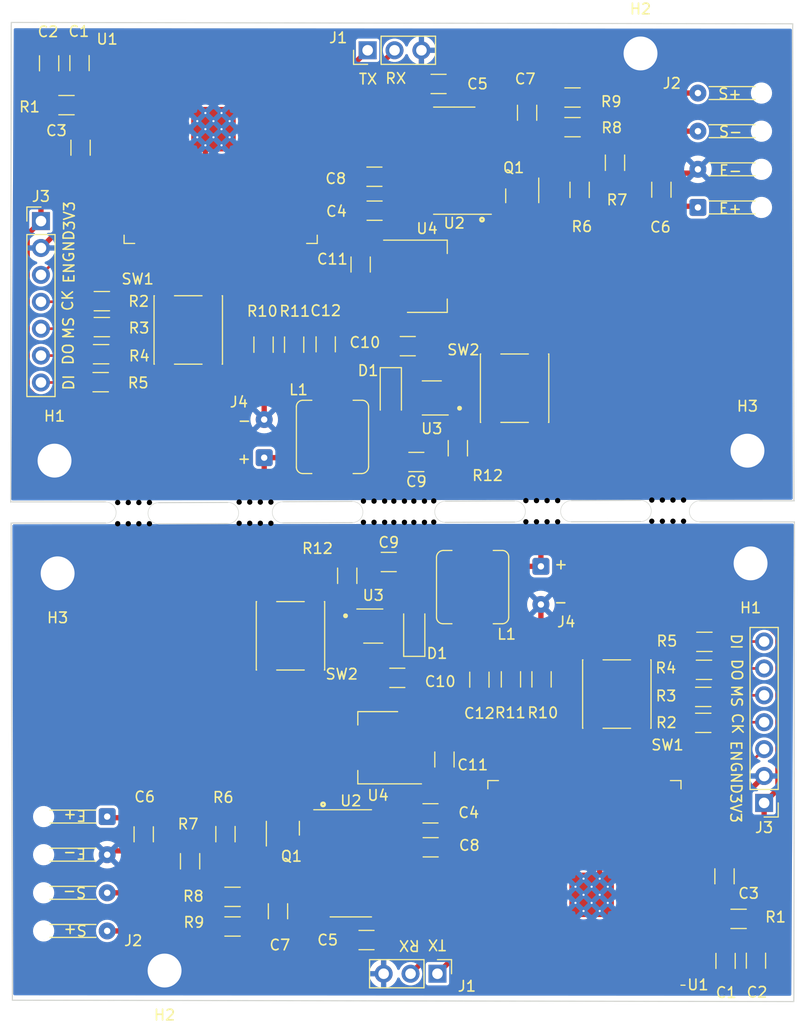
<source format=kicad_pcb>
(kicad_pcb (version 20221018) (generator pcbnew)
  (layers (0 "F.Cu" signal) (31 "B.Cu" signal) (34 "B.Paste" user) (35 "F.Paste" user) (36 "B.SilkS" user "B.Silkscreen") (37 "F.SilkS" user "F.Silkscreen") (38 "B.Mask" user) (39 "F.Mask" user) (44 "Edge.Cuts" user))
  (net 0 "")
  (footprint "Resistor_SMD:R_1206_3216Metric_Pad1.30x1.75mm_HandSolder" (layer "F.Cu") (at 103.937853 127.227535 -90)
    (fp_text reference "R7")
    (fp_text value "8K2")
  )
  (footprint "RF_Module:ESP32-WROOM-32" (layer "F.Cu") (at 141.177853 129.487535 180)
    (fp_text reference "U1")
    (fp_text value "ESP32-WROOM-32")
  )
  (footprint "Resistor_SMD:R_1206_3216Metric_Pad1.30x1.75mm_HandSolder" (layer "F.Cu") (at 107.947853 133.387535)
    (fp_text reference "R9")
    (fp_text value "100R")
  )
  (footprint "NPTH" (layer "F.Cu") (at 135.65 95.17 -90)
    (fp_text reference "REF**" hide)
    (fp_text value "NPTH" hide)
  )
  (footprint "Connector_Wire:SolderWire-0.1sqmm_1x04_P3.6mm_D0.4mm_OD1mm_Relief" (layer "F.Cu") (at 151.895 65.485 90)
    (fp_text reference "J2")
    (fp_text value "Load cell")
  )
  (footprint "Resistor_SMD:R_1206_3216Metric_Pad1.30x1.75mm_HandSolder" (layer "F.Cu") (at 95.535 79.345)
    (fp_text reference "R4")
    (fp_text value "100R")
  )
  (footprint "" (layer "F.Cu") (at 125.07 93.22 -90)
    (fp_text reference "")
    (fp_text value "")
  )
  (footprint "Capacitor_SMD:C_1206_3216Metric_Pad1.33x1.80mm_HandSolder" (layer "F.Cu") (at 121.345 62.585 180)
    (fp_text reference "C8")
    (fp_text value "22pF")
  )
  (footprint "Capacitor_SMD:C_1206_3216Metric_Pad1.33x1.80mm_HandSolder" (layer "F.Cu") (at 157.377853 136.617535 -90)
    (fp_text reference "C2")
    (fp_text value "10uF")
  )
  (footprint "MountingHole:MountingHole_3.2mm_M3" (layer "F.Cu") (at 156.867853 99.097535 180)
    (fp_text reference "H1")
    (fp_text value "MountingHole")
  )
  (footprint "Package_TO_SOT_SMD:SOT-23-5_HandSoldering" (layer "F.Cu") (at 126.765 83.475 180)
    (fp_text reference "U3")
    (fp_text value "NCP1400A")
  )
  (footprint "" (layer "F.Cu") (at 108.57 93.31 -90)
    (fp_text reference "")
    (fp_text value "")
  )
  (footprint "NPTH" (layer "F.Cu") (at 110.57 93.31 -90)
    (fp_text reference "REF**" hide)
    (fp_text value "NPTH" hide)
  )
  (footprint "MountingHole:MountingHole_3.2mm_M3" (layer "F.Cu") (at 101.527853 137.547535 180)
    (fp_text reference "H2")
    (fp_text value "MountingHole")
  )
  (footprint "Resistor_SMD:R_1206_3216Metric_Pad1.30x1.75mm_HandSolder" (layer "F.Cu") (at 152.467853 109.147535 180)
    (fp_text reference "R4")
    (fp_text value "100R")
  )
  (footprint "NPTH" (layer "F.Cu") (at 149.538907 95.117212 -90)
    (fp_text reference "REF**" hide)
    (fp_text value "NPTH" hide)
  )
  (footprint "Resistor_SMD:R_1206_3216Metric_Pad1.30x1.75mm_HandSolder" (layer "F.Cu") (at 144.065 61.265 90)
    (fp_text reference "R7")
    (fp_text value "8K2")
  )
  (footprint "Resistor_SMD:R_1206_3216Metric_Pad1.30x1.75mm_HandSolder" (layer "F.Cu") (at 152.397853 111.707535 180)
    (fp_text reference "R3")
    (fp_text value "100R")
  )
  (footprint "NPTH" (layer "F.Cu") (at 137.65 95.17 -90)
    (fp_text reference "REF**" hide)
    (fp_text value "NPTH" hide)
  )
  (footprint "Inductor_SMD:L_Bourns_SRP7028A_7.3x6.6mm" (layer "F.Cu") (at 117.385 87.155 90)
    (fp_text reference "L1")
    (fp_text value "CR54−220MC - 22uH")
  )
  (footprint "Package_TO_SOT_SMD:SOT-23-5_HandSoldering" (layer "F.Cu") (at 121.237853 105.017535)
    (fp_text reference "U3")
    (fp_text value "NCP1400A")
  )
  (footprint "Connector_Wire:SolderWire-0.1sqmm_1x02_P3.6mm_D0.4mm_OD1mm" (layer "F.Cu") (at 137.067853 99.377535 -90)
    (fp_text reference "J4")
    (fp_text value "Battery")
  )
  (footprint "" (layer "F.Cu") (at 150.538907 95.117212 -90)
    (fp_text reference "")
    (fp_text value "")
  )
  (footprint "NPTH" (layer "F.Cu") (at 98.1 95.35 -90)
    (fp_text reference "REF**" hide)
    (fp_text value "NPTH" hide)
  )
  (footprint "NPTH" (layer "F.Cu") (at 123.18 95.22 -90)
    (fp_text reference "REF**" hide)
    (fp_text value "NPTH" hide)
  )
  (footprint "Diode_SMD:D_SOD-123" (layer "F.Cu") (at 125.107853 105.517535 90)
    (fp_text reference "D1")
    (fp_text value "MBR0520LT1")
  )
  (footprint "MountingHole:MountingHole_3.2mm_M3" (layer "F.Cu") (at 91.427853 100.037535 180)
    (fp_text reference "H3")
    (fp_text value "MountingHole")
  )
  (footprint "Capacitor_SMD:C_1206_3216Metric_Pad1.33x1.80mm_HandSolder" (layer "F.Cu") (at 116.745 78.4125 -90)
    (fp_text reference "C12")
    (fp_text value "100nF")
  )
  (footprint "Resistor_SMD:R_1206_3216Metric_Pad1.30x1.75mm_HandSolder" (layer "F.Cu") (at 95.605 74.335)
    (fp_text reference "R2")
    (fp_text value "100R")
  )
  (footprint "Connector_Wire:SolderWire-0.1sqmm_1x04_P3.6mm_D0.4mm_OD1mm_Relief" (layer "F.Cu") (at 96.107853 123.007535 -90)
    (fp_text reference "J2")
    (fp_text value "Load cell")
  )
  (footprint "NPTH" (layer "F.Cu") (at 126.07 93.22 -90)
    (fp_text reference "REF**" hide)
    (fp_text value "NPTH" hide)
  )
  (footprint "NPTH" (layer "F.Cu") (at 136.65 95.17 -90)
    (fp_text reference "REF**" hide)
    (fp_text value "NPTH" hide)
  )
  (footprint "Capacitor_SMD:C_1206_3216Metric_Pad1.33x1.80mm_HandSolder" (layer "F.Cu") (at 131.257853 110.080035 90)
    (fp_text reference "C12")
    (fp_text value "100nF")
  )
  (footprint "Capacitor_SMD:C_1206_3216Metric_Pad1.33x1.80mm_HandSolder" (layer "F.Cu") (at 126.641825 122.702535)
    (fp_text reference "C4")
    (fp_text value "10uF")
  )
  (footprint "NPTH" (layer "F.Cu") (at 100.1 93.35 -90)
    (fp_text reference "REF**" hide)
    (fp_text value "NPTH" hide)
  )
  (footprint "NPTH" (layer "F.Cu") (at 121.308907 95.217212 -90)
    (fp_text reference "REF**" hide)
    (fp_text value "NPTH" hide)
  )
  (footprint "Button_Switch_SMD:SW_Push_1P1T_NO_6x6mm_H9.5mm" (layer "F.Cu") (at 134.585 82.555 90)
    (fp_text reference "SW2")
    (fp_text value "POWER_ON")
  )
  (footprint "NPTH" (layer "F.Cu") (at 99.1 95.35 -90)
    (fp_text reference "REF**" hide)
    (fp_text value "NPTH" hide)
  )
  (footprint "NPTH" (layer "F.Cu") (at 137.65 93.17 -90)
    (fp_text reference "REF**" hide)
    (fp_text value "NPTH" hide)
  )
  (footprint "NPTH" (layer "F.Cu") (at 148.538907 95.117212 -90)
    (fp_text reference "REF**" hide)
    (fp_text value "NPTH" hide)
  )
  (footprint "NPTH" (layer "F.Cu") (at 125.07 95.22 -90)
    (fp_text reference "REF**" hide)
    (fp_text value "NPTH" hide)
  )
  (footprint "Capacitor_SMD:C_1206_3216Metric_Pad1.33x1.80mm_HandSolder" (layer "F.Cu") (at 123.507853 109.907535)
    (fp_text reference "C10")
    (fp_text value "68uF")
  )
  (footprint "Package_TO_SOT_SMD:SOT-223-3_TabPin2" (layer "F.Cu") (at 126.315 71.985)
    (fp_text reference "U4")
    (fp_text value "AMS1117-3.3")
  )
  (footprint "NPTH" (layer "F.Cu") (at 150.538907 93.117212 -90)
    (fp_text reference "REF**" hide)
    (fp_text value "NPTH" hide)
  )
  (footprint "Resistor_SMD:R_1206_3216Metric_Pad1.30x1.75mm_HandSolder" (layer "F.Cu") (at 107.947853 130.587535)
    (fp_text reference "R8")
    (fp_text value "100R")
  )
  (footprint "Capacitor_SMD:C_1206_3216Metric_Pad1.33x1.80mm_HandSolder" (layer "F.Cu") (at 121.361028 65.79 180)
    (fp_text reference "C4")
    (fp_text value "10uF")
  )
  (footprint "Package_TO_SOT_SMD:SOT-223-3_TabPin2" (layer "F.Cu") (at 121.687853 116.507535 180)
    (fp_text reference "U4")
    (fp_text value "AMS1117-3.3")
  )
  (footprint "Resistor_SMD:R_1206_3216Metric_Pad1.30x1.75mm_HandSolder" (layer "F.Cu") (at 140.055 55.105 180)
    (fp_text reference "R9")
    (fp_text value "100R")
  )
  (footprint "" (layer "F.Cu") (at 109.57 93.31 -90)
    (fp_text reference "")
    (fp_text value "")
  )
  (footprint "" (layer "F.Cu") (at 138.65 95.17 -90)
    (fp_text reference "")
    (fp_text value "")
  )
  (footprint "NPTH" (layer "F.Cu") (at 149.538907 93.117212 -90)
    (fp_text reference "REF**" hide)
    (fp_text value "NPTH" hide)
  )
  (footprint "Resistor_SMD:R_1206_3216Metric_Pad1.30x1.75mm_HandSolder" (layer "F.Cu") (at 95.605 76.785)
    (fp_text reference "R3")
    (fp_text value "100R")
  )
  (footprint "Connector_PinHeader_2.54mm:PinHeader_1x03_P2.54mm_Vertical" (layer "F.Cu") (at 127.297853 137.847535 -90)
    (fp_text reference "J1")
    (fp_text value "UART")
  )
  (footprint "Package_TO_SOT_SMD:SOT-23" (layer "F.Cu") (at 112.697853 124.107535 90)
    (fp_text reference "Q1")
    (fp_text value "2N7002")
  )
  (footprint "NPTH" (layer "F.Cu") (at 97.1 95.35 -90)
    (fp_text reference "REF**" hide)
    (fp_text value "NPTH" hide)
  )
  (footprint "NPTH" (layer "F.Cu") (at 111.57 93.31 -90)
    (fp_text reference "REF**" hide)
    (fp_text value "NPTH" hide)
  )
  (footprint "Capacitor_SMD:C_1206_3216Metric_Pad1.33x1.80mm_HandSolder" (layer "F.Cu") (at 124.495 78.585 180)
    (fp_text reference "C10")
    (fp_text value "68uF")
  )
  (footprint "Connector_PinHeader_2.54mm:PinHeader_1x03_P2.54mm_Vertical" (layer "F.Cu") (at 120.705 50.645 90)
    (fp_text reference "J1")
    (fp_text value "UART")
  )
  (footprint "MountingHole:MountingHole_3.2mm_M3" (layer "F.Cu") (at 146.475 50.945)
    (fp_text reference "H2")
    (fp_text value "MountingHole")
  )
  (footprint "NPTH" (layer "F.Cu") (at 122.308907 93.217212 -90)
    (fp_text reference "REF**" hide)
    (fp_text value "NPTH" hide)
  )
  (footprint "NPTH" (layer "F.Cu") (at 122.308907 95.217212 -90)
    (fp_text reference "REF**" hide)
    (fp_text value "NPTH" hide)
  )
  (footprint "Connector_PinHeader_2.54mm:PinHeader_1x07_P2.54mm_Vertical" (layer "F.Cu") (at 158.147853 121.717535 180)
    (fp_text reference "J3")
    (fp_text value "JTAG")
  )
  (footprint "NPTH" (layer "F.Cu") (at 110.57 95.31 -90)
    (fp_text reference "REF**" hide)
    (fp_text value "NPTH" hide)
  )
  (footprint "Capacitor_SMD:C_1206_3216Metric_Pad1.33x1.80mm_HandSolder" (layer "F.Cu") (at 154.507853 136.637535 -90)
    (fp_text reference "C1")
    (fp_text value "0.1uF")
  )
  (footprint "" (layer "F.Cu") (at 126.95 95.2 -90)
    (fp_text reference "")
    (fp_text value "")
  )
  (footprint "Resistor_SMD:R_1206_3216Metric_Pad1.30x1.75mm_HandSolder" (layer "F.Cu") (at 152.507853 106.507535 180)
    (fp_text reference "R5")
    (fp_text value "100R")
  )
  (footprint "" (layer "F.Cu") (at 120.308907 93.217212 -90)
    (fp_text reference "")
    (fp_text value "")
  )
  (footprint "Resistor_SMD:R_1206_3216Metric_Pad1.30x1.75mm_HandSolder" (layer "F.Cu") (at 155.737853 132.667535 180)
    (fp_text reference "R1")
    (fp_text value "R")
  )
  (footprint "Package_SO:SOP-16_3.9x9.9mm_P1.27mm" (layer "F.Cu") (at 119.117853 127.422535)
    (fp_text reference "U2")
    (fp_text value "HX711")
  )
  (footprint "MountingHole:MountingHole_3.2mm_M3" (layer "F.Cu") (at 156.575 88.455)
    (fp_text reference "H3")
    (fp_text value "MountingHole")
  )
  (footprint "" (layer "F.Cu") (at 100.1 95.35 -90)
    (fp_text reference "")
    (fp_text value "")
  )
  (footprint "Resistor_SMD:R_1206_3216Metric_Pad1.30x1.75mm_HandSolder" (layer "F.Cu") (at 129.225 88.225 -90)
    (fp_text reference "R12")
    (fp_text value "10K")
  )
  (footprint "NPTH" (layer "F.Cu") (at 124.18 93.22 -90)
    (fp_text reference "REF**" hide)
    (fp_text value "NPTH" hide)
  )
  (footprint "Resistor_SMD:R_1206_3216Metric_Pad1.30x1.75mm_HandSolder" (layer "F.Cu") (at 140.725 63.825 90)
    (fp_text reference "R6")
    (fp_text value "10K")
  )
  (footprint "Resistor_SMD:R_1206_3216Metric_Pad1.30x1.75mm_HandSolder" (layer "F.Cu") (at 152.397853 114.157535 180)
    (fp_text reference "R2")
    (fp_text value "100R")
  )
  (footprint "Connector_PinHeader_2.54mm:PinHeader_1x07_P2.54mm_Vertical" (layer "F.Cu") (at 89.855 66.775)
    (fp_text reference "J3")
    (fp_text value "JTAG")
  )
  (footprint "Capacitor_SMD:C_1206_3216Metric_Pad1.33x1.80mm_HandSolder" (layer "F.Cu") (at 93.595 59.845 90)
    (fp_text reference "C3")
    (fp_text value "0.1uF")
  )
  (footprint "" (layer "F.Cu") (at 136.65 93.17 -90)
    (fp_text reference "")
    (fp_text value "")
  )
  (footprint "Connector_Wire:SolderWire-0.1sqmm_1x02_P3.6mm_D0.4mm_OD1mm" (layer "F.Cu") (at 110.935 89.115 90)
    (fp_text reference "J4")
    (fp_text value "Battery")
  )
  (footprint "NPTH" (layer "F.Cu") (at 126.07 95.22 -90)
    (fp_text reference "REF**" hide)
    (fp_text value "NPTH" hide)
  )
  (footprint "Capacitor_SMD:C_1206_3216Metric_Pad1.33x1.80mm_HandSolder" (layer "F.Cu") (at 90.625 51.875 90)
    (fp_text reference "C2")
    (fp_text value "10uF")
  )
  (footprint "NPTH" (layer "F.Cu") (at 147.538907 95.117212 -90)
    (fp_text reference "REF**" hide)
    (fp_text value "NPTH" hide)
  )
  (footprint "Resistor_SMD:R_1206_3216Metric_Pad1.30x1.75mm_HandSolder" (layer "F.Cu") (at 134.237853 110.050035 90)
    (fp_text reference "R11")
    (fp_text value "330K")
  )
  (footprint "Capacitor_SMD:C_1206_3216Metric_Pad1.33x1.80mm_HandSolder" (layer "F.Cu") (at 93.495 51.855 90)
    (fp_text reference "C1")
    (fp_text value "0.1uF")
  )
  (footprint "Inductor_SMD:L_Bourns_SRP7028A_7.3x6.6mm" (layer "F.Cu") (at 130.617853 101.337535 -90)
    (fp_text reference "L1")
    (fp_text value "CR54−220MC - 22uH")
  )
  (footprint "" (layer "F.Cu") (at 97.1 93.35 -90)
    (fp_text reference "")
    (fp_text value "")
  )
  (footprint "MountingHole:MountingHole_3.2mm_M3" (layer "F.Cu") (at 91.135 89.395)
    (fp_text reference "H1")
    (fp_text value "MountingHole")
  )
  (footprint "Button_Switch_SMD:SW_Push_1P1T_NO_6x6mm_H9.5mm" (layer "F.Cu") (at 144.237853 111.437535 -90)
    (fp_text reference "SW1")
    (fp_text value "RESET")
  )
  (footprint "" (layer "F.Cu") (at 147.538907 93.117212 -90)
    (fp_text reference "")
    (fp_text value "")
  )
  (footprint "Capacitor_SMD:C_1206_3216Metric_Pad1.33x1.80mm_HandSolder" (layer "F.Cu") (at 135.765 56.545 -90)
    (fp_text reference "C7")
    (fp_text value "0.1uF")
  )
  (footprint "" (layer "F.Cu") (at 148.538907 93.117212 -90)
    (fp_text reference "")
    (fp_text value "")
  )
  (footprint "" (layer "F.Cu") (at 111.57 95.31 -90)
    (fp_text reference "")
    (fp_text value "")
  )
  (footprint "NPTH" (layer "F.Cu") (at 126.95 93.2 -90)
    (fp_text reference "REF**" hide)
    (fp_text value "NPTH" hide)
  )
  (footprint "Capacitor_SMD:C_1206_3216Metric_Pad1.33x1.80mm_HandSolder" (layer "F.Cu") (at 99.557853 124.680035 90)
    (fp_text reference "C6")
    (fp_text value "10uF")
  )
  (footprint "NPTH" (layer "F.Cu") (at 124.18 95.22 -90)
    (fp_text reference "REF**" hide)
    (fp_text value "NPTH" hide)
  )
  (footprint "RF_Module:ESP32-WROOM-32" (layer "F.Cu") (at 106.825 59.005)
    (fp_text reference "U1")
    (fp_text value "ESP32-WROOM-32")
  )
  (footprint "" (layer "F.Cu") (at 98.1 93.35 -90)
    (fp_text reference "")
    (fp_text value "")
  )
  (footprint "Capacitor_SMD:C_1206_3216Metric_Pad1.33x1.80mm_HandSolder" (layer "F.Cu") (at 154.407853 128.647535 -90)
    (fp_text reference "C3")
    (fp_text value "0.1uF")
  )
  (footprint "NPTH" (layer "F.Cu") (at 108.57 95.31 -90)
    (fp_text reference "REF**" hide)
    (fp_text value "NPTH" hide)
  )
  (footprint "NPTH" (layer "F.Cu") (at 120.308907 95.217212 -90)
    (fp_text reference "REF**" hide)
    (fp_text value "NPTH" hide)
  )
  (footprint "Resistor_SMD:R_1206_3216Metric_Pad1.30x1.75mm_HandSolder" (layer "F.Cu") (at 137.127853 110.050035 -90)
    (fp_text reference "R10")
    (fp_text value "1M")
  )
  (footprint "Capacitor_SMD:C_1206_3216Metric_Pad1.33x1.80mm_HandSolder" (layer "F.Cu") (at 148.445 63.8125 -90)
    (fp_text reference "C6")
    (fp_text value "10uF")
  )
  (footprint "NPTH" (layer "F.Cu") (at 109.57 95.31 -90)
    (fp_text reference "REF**" hide)
    (fp_text value "NPTH" hide)
  )
  (footprint "Capacitor_SMD:C_1206_3216Metric_Pad1.33x1.80mm_HandSolder" (layer "F.Cu") (at 127.405 53.825)
    (fp_text reference "C5")
    (fp_text value "0.1uF")
  )
  (footprint "Button_Switch_SMD:SW_Push_1P1T_NO_6x6mm_H9.5mm" (layer "F.Cu") (at 113.417853 105.937535 -90)
    (fp_text reference "SW2")
    (fp_text value "POWER_ON")
  )
  (footprint "Diode_SMD:D_SOD-123" (layer "F.Cu") (at 122.895 82.975 -90)
    (fp_text reference "D1")
    (fp_text value "MBR0520LT1")
  )
  (footprint "" (layer "F.Cu") (at 121.308907 93.217212 -90)
    (fp_text reference "")
    (fp_text value "")
  )
  (footprint "Capacitor_SMD:C_1206_3216Metric_Pad1.33x1.80mm_HandSolder" (layer "F.Cu") (at 125.305 89.525 180)
    (fp_text reference "C9")
    (fp_text value "10uF")
  )
  (footprint "NPTH" (layer "F.Cu") (at 99.1 93.35 -90)
    (fp_text reference "REF**" hide)
    (fp_text value "NPTH" hide)
  )
  (footprint "" (layer "F.Cu") (at 123.18 93.22 -90)
    (fp_text reference "")
    (fp_text value "")
  )
  (footprint "Capacitor_SMD:C_1206_3216Metric_Pad1.33x1.80mm_HandSolder" (layer "F.Cu") (at 122.697853 98.967535)
    (fp_text reference "C9")
    (fp_text value "10uF")
  )
  (footprint "Package_TO_SOT_SMD:SOT-23" (layer "F.Cu") (at 135.305 64.385 -90)
    (fp_text reference "Q1")
    (fp_text value "2N7002")
  )
  (footprint "Capacitor_SMD:C_1206_3216Metric_Pad1.33x1.80mm_HandSolder" (layer "F.Cu") (at 120.597853 134.667535 180)
    (fp_text reference "C5")
    (fp_text value "0.1uF")
  )
  (footprint "Resistor_SMD:R_1206_3216Metric_Pad1.30x1.75mm_HandSolder" (layer "F.Cu") (at 107.277853 124.667535 -90)
    (fp_text reference "R6")
    (fp_text value "10K")
  )
  (footprint "Resistor_SMD:R_1206_3216Metric_Pad1.30x1.75mm_HandSolder" (layer "F.Cu") (at 140.055 57.905 180)
    (fp_text reference "R8")
    (fp_text value "100R")
  )
  (footprint "Button_Switch_SMD:SW_Push_1P1T_NO_6x6mm_H9.5mm" (layer "F.Cu") (at 103.765 77.055 90)
    (fp_text reference "SW1")
    (fp_text value "RESET")
  )
  (footprint "Resistor_SMD:R_1206_3216Metric_Pad1.30x1.75mm_HandSolder" (layer "F.Cu") (at 110.875 78.4425 90)
    (fp_text reference "R10")
    (fp_text value "1M")
  )
  (footprint "NPTH" (layer "F.Cu") (at 138.65 93.17 -90)
    (fp_text reference "REF**" hide)
    (fp_text value "NPTH" hide)
  )
  (footprint "Resistor_SMD:R_1206_3216Metric_Pad1.30x1.75mm_HandSolder" (layer "F.Cu") (at 118.777853 100.267535 90)
    (fp_text reference "R12")
    (fp_text value "10K")
  )
  (footprint "" (layer "F.Cu") (at 135.65 93.17 -90)
    (fp_text reference "")
    (fp_text value "")
  )
  (footprint "Resistor_SMD:R_1206_3216Metric_Pad1.30x1.75mm_HandSolder" (layer "F.Cu") (at 92.265 55.825)
    (fp_text reference "R1")
    (fp_text value "R")
  )
  (footprint "Package_SO:SOP-16_3.9x9.9mm_P1.27mm" (layer "F.Cu") (at 128.885 61.07 180)
    (fp_text reference "U2")
    (fp_text value "HX711")
  )
  (footprint "Capacitor_SMD:C_1206_3216Metric_Pad1.33x1.80mm_HandSolder" (layer "F.Cu") (at 120.045 70.875 -90)
    (fp_text reference "C11")
    (fp_text value "22uF")
  )
  (footprint "Capacitor_SMD:C_1206_3216Metric_Pad1.33x1.80mm_HandSolder" (layer "F.Cu") (at 126.657853 125.907535)
    (fp_text reference "C8")
    (fp_text value "22pF")
  )
  (footprint "Capacitor_SMD:C_1206_3216Metric_Pad1.33x1.80mm_HandSolder" (layer "F.Cu") (at 112.237853 131.947535 90)
    (fp_text reference "C7")
    (fp_text value "0.1uF")
  )
  (footprint "Resistor_SMD:R_1206_3216Metric_Pad1.30x1.75mm_HandSolder" (layer "F.Cu") (at 113.765 78.4425 -90)
    (fp_text reference "R11")
    (fp_text value "330K")
  )
  (footprint "Resistor_SMD:R_1206_3216Metric_Pad1.30x1.75mm_HandSolder" (layer "F.Cu") (at 95.495 81.985)
    (fp_text reference "R5")
    (fp_text value "100R")
  )
  (footprint "Capacitor_SMD:C_1206_3216Metric_Pad1.33x1.80mm_HandSolder" (layer "F.Cu") (at 127.957853 117.617535 90)
    (fp_text reference "C11")
    (fp_text value "22uF")
  )
  (gr_circle (center 129.385 84.445) (end 129.515 84.525) (stroke (width 0.15)) (fill none) (layer "F.SilkS"))
  (gr_circle (center 116.497853 121.857535) (end 116.447853 121.827535) (stroke (width 0.15)) (fill none) (layer "F.SilkS"))
  (gr_circle (center 116.497853 121.857535) (end 116.297853 121.867535) (stroke (width 0.15)) (fill none) (layer "F.SilkS"))
  (gr_circle (center 129.385 84.445) (end 129.395 84.445) (stroke (width 0.15)) (fill none) (layer "F.SilkS"))
  (gr_circle (center 118.617853 104.047535) (end 118.487853 103.967535) (stroke (width 0.15)) (fill none) (layer "F.SilkS"))
  (gr_circle (center 131.505 66.635) (end 131.555 66.665) (stroke (width 0.15)) (fill none) (layer "F.SilkS"))
  (gr_circle (center 131.505 66.635) (end 131.705 66.625) (stroke (width 0.15)) (fill none) (layer "F.SilkS"))
  (gr_circle (center 118.617853 104.047535) (end 118.607853 104.047535) (stroke (width 0.15)) (fill none) (layer "F.SilkS"))
  (gr_arc (start 128.045986 95.225376) (mid 127.046036 94.22) (end 128.056738 93.225434) (stroke (width 0.05)) (layer "Edge.Cuts"))
  (gr_line (start 87.147853 140.347535) (end 87.157853 139.987535) (stroke (width 0.1)) (layer "Edge.Cuts"))
  (gr_line (start 128.056738 93.225434) (end 134.5762 93.200001) (stroke (width 0.1)) (layer "Edge.Cuts"))
  (gr_arc (start 119.235107 93.247213) (mid 120.255052 94.237214) (end 119.255107 95.247411) (stroke (width 0.05)) (layer "Edge.Cuts"))
  (gr_line (start 107.5162 95.340199) (end 100.965986 95.365376) (stroke (width 0.1)) (layer "Edge.Cuts"))
  (gr_arc (start 107.4962 93.340001) (mid 108.516145 94.330002) (end 107.5162 95.340199) (stroke (width 0.05)) (layer "Edge.Cuts"))
  (gr_line (start 87.029977 93.290002) (end 95.94 93.29) (stroke (width 0.1)) (layer "Edge.Cuts"))
  (gr_line (start 134.5962 95.200199) (end 128.045986 95.225376) (stroke (width 0.1)) (layer "Edge.Cuts"))
  (gr_arc (start 100.965986 95.365376) (mid 99.966037 94.36) (end 100.976738 93.365434) (stroke (width 0.05)) (layer "Edge.Cuts"))
  (gr_arc (start 112.704893 95.272588) (mid 111.704943 94.267212) (end 112.715645 93.272646) (stroke (width 0.05)) (layer "Edge.Cuts"))
  (gr_line (start 160.845 48.505) (end 160.965 93.195) (stroke (width 0.1)) (layer "Edge.Cuts"))
  (gr_arc (start 134.5762 93.200001) (mid 135.596145 94.190002) (end 134.5962 95.200199) (stroke (width 0.05)) (layer "Edge.Cuts"))
  (gr_line (start 95.96 95.290198) (end 87.029977 95.290002) (stroke (width 0.1)) (layer "Edge.Cuts"))
  (gr_line (start 152.074988 93.189803) (end 161.005011 93.189999) (stroke (width 0.1)) (layer "Edge.Cuts"))
  (gr_line (start 160.947853 140.477535) (end 160.957853 140.117535) (stroke (width 0.1)) (layer "Edge.Cuts"))
  (gr_line (start 87.055 48.015) (end 87.045 48.375) (stroke (width 0.1)) (layer "Edge.Cuts"))
  (gr_line (start 119.255107 95.247411) (end 112.704893 95.272588) (stroke (width 0.1)) (layer "Edge.Cuts"))
  (gr_arc (start 139.934893 95.172588) (mid 138.934943 94.167212) (end 139.945645 93.172646) (stroke (width 0.05)) (layer "Edge.Cuts"))
  (gr_arc (start 152.085011 95.179999) (mid 151.085023 94.174623) (end 152.095763 93.180057) (stroke (width 0.05)) (layer "Edge.Cuts"))
  (gr_line (start 100.976738 93.365434) (end 107.4962 93.340001) (stroke (width 0.1)) (layer "Edge.Cuts"))
  (gr_line (start 146.485107 95.147411) (end 139.934893 95.172588) (stroke (width 0.1)) (layer "Edge.Cuts"))
  (gr_line (start 87.055 48.015) (end 160.855 48.145) (stroke (width 0.1)) (layer "Edge.Cuts"))
  (gr_line (start 87.157853 139.987535) (end 87.037853 95.297535) (stroke (width 0.1)) (layer "Edge.Cuts"))
  (gr_line (start 139.945645 93.172646) (end 146.465107 93.147213) (stroke (width 0.1)) (layer "Edge.Cuts"))
  (gr_line (start 160.947853 140.477535) (end 87.147853 140.347535) (stroke (width 0.1)) (layer "Edge.Cuts"))
  (gr_arc (start 95.949977 93.300002) (mid 96.949964 94.305378) (end 95.939225 95.299944) (stroke (width 0.05)) (layer "Edge.Cuts"))
  (gr_line (start 112.715645 93.272646) (end 119.235107 93.247213) (stroke (width 0.1)) (layer "Edge.Cuts"))
  (gr_line (start 160.855 48.145) (end 160.845 48.505) (stroke (width 0.1)) (layer "Edge.Cuts"))
  (gr_line (start 161.005011 95.189999) (end 152.094988 95.190001) (stroke (width 0.1)) (layer "Edge.Cuts"))
  (gr_line (start 86.995 93.325) (end 87.045 48.375) (stroke (width 0.1)) (layer "Edge.Cuts"))
  (gr_arc (start 146.465107 93.147213) (mid 147.485052 94.137214) (end 146.485107 95.147411) (stroke (width 0.05)) (layer "Edge.Cuts"))
  (gr_line (start 161.007853 95.167535) (end 160.957853 140.117535) (stroke (width 0.1)) (layer "Edge.Cuts"))
  (gr_text "EN" (at 154.907853 115.747535 -90) (layer "F.SilkS") (effects (font (size 1 1)) (justify left bottom)))
  (gr_text "3V3" (at 93.125 67.755 90) (layer "F.SilkS") (effects (font (size 1 1)) (justify left bottom)))
  (gr_text "DI" (at 93.065 82.845 90) (layer "F.SilkS") (effects (font (size 1 1)) (justify left bottom)))
  (gr_text "S+" (at 153.725 55.345) (layer "F.SilkS") (effects (font (size 1 1)) (justify left bottom)))
  (gr_text "CK" (at 155.037853 113.127535 -90) (layer "F.SilkS") (effects (font (size 1 1)) (justify left bottom)))
  (gr_text "DI" (at 154.937853 105.647535 -90) (layer "F.SilkS") (effects (font (size 1 1)) (justify left bottom)))
  (gr_text "-" (at 108.345 86.185) (layer "F.SilkS") (effects (font (size 1 1)) (justify left bottom)))
  (gr_text "S+" (at 94.277853 133.147535 180) (layer "F.SilkS") (effects (font (size 1 1)) (justify left bottom)))
  (gr_text "GND" (at 154.927853 117.727535 -90) (layer "F.SilkS") (effects (font (size 1 1)) (justify left bottom)))
  (gr_text "GND" (at 93.075 70.765 90) (layer "F.SilkS") (effects (font (size 1 1)) (justify left bottom)))
  (gr_text "TX" (at 119.785 53.955) (layer "F.SilkS") (effects (font (size 1 1)) (justify left bottom)))
  (gr_text "TX" (at 128.217853 134.537535 180) (layer "F.SilkS") (effects (font (size 1 1)) (justify left bottom)))
  (gr_text "MS" (at 93.045 78.015 90) (layer "F.SilkS") (effects (font (size 1 1)) (justify left bottom)))
  (gr_text "CK" (at 92.965 75.365 90) (layer "F.SilkS") (effects (font (size 1 1)) (justify left bottom)))
  (gr_text "3V3" (at 154.877853 120.737535 -90) (layer "F.SilkS") (effects (font (size 1 1)) (justify left bottom)))
  (gr_text "E+" (at 94.217853 122.317535 180) (layer "F.SilkS") (effects (font (size 1 1)) (justify left bottom)))
  (gr_text "S-" (at 94.217853 129.567535 180) (layer "F.SilkS") (effects (font (size 1 1)) (justify left bottom)))
  (gr_text "DO" (at 93.015 80.465 90) (layer "F.SilkS") (effects (font (size 1 1)) (justify left bottom)))
  (gr_text "EN" (at 93.095 72.745 90) (layer "F.SilkS") (effects (font (size 1 1)) (justify left bottom)))
  (gr_text "-" (at 139.657853 102.307535 180) (layer "F.SilkS") (effects (font (size 1 1)) (justify left bottom)))
  (gr_text "+" (at 139.677853 98.717535 180) (layer "F.SilkS") (effects (font (size 1 1)) (justify left bottom)))
  (gr_text "E-" (at 153.805 62.595) (layer "F.SilkS") (effects (font (size 1 1)) (justify left bottom)))
  (gr_text "E+" (at 153.785 66.175) (layer "F.SilkS") (effects (font (size 1 1)) (justify left bottom)))
  (gr_text "S-" (at 153.785 58.925) (layer "F.SilkS") (effects (font (size 1 1)) (justify left bottom)))
  (gr_text "RX" (at 122.285 53.885) (layer "F.SilkS") (effects (font (size 1 1)) (justify left bottom)))
  (gr_text "DO" (at 154.987853 108.027535 -90) (layer "F.SilkS") (effects (font (size 1 1)) (justify left bottom)))
  (gr_text "RX" (at 125.717853 134.607535 180) (layer "F.SilkS") (effects (font (size 1 1)) (justify left bottom)))
  (gr_text "E-" (at 94.197853 125.897535 180) (layer "F.SilkS") (effects (font (size 1 1)) (justify left bottom)))
  (gr_text "MS" (at 154.957853 110.477535 -90) (layer "F.SilkS") (effects (font (size 1 1)) (justify left bottom)))
  (gr_text "+" (at 108.325 89.775) (layer "F.SilkS") (effects (font (size 1 1)) (justify left bottom)))
  (segment (start 112.232104 125.045035) (end 111.747853 125.045035) (width 0.25) (layer "F.Cu") (net 0))
  (segment (start 118.600051 63.455) (end 119.110051 63.965) (width 0.25) (layer "F.Cu") (net 0))
  (segment (start 154.407853 122.917535) (end 158.147853 119.177535) (width 0.5) (layer "F.Cu") (net 0))
  (segment (start 153.115353 136.467535) (end 149.927853 136.467535) (width 0.5) (layer "F.Cu") (net 0))
  (segment (start 149.357853 114.987535) (end 147.297853 117.047535) (width 0.25) (layer "F.Cu") (net 0))
  (segment (start 88.555 68.075) (end 89.855 66.775) (width 0.5) (layer "F.Cu") (net 0))
  (segment (start 122.7925 69.3125) (end 123.165 69.685) (width 0.5) (layer "F.Cu") (net 0))
  (segment (start 127.553652 123.927535) (end 132.267853 123.927535) (width 0.25) (layer "F.Cu") (net 0))
  (segment (start 116.617853 126.787535) (end 116.472853 126.932535) (width 0.5) (layer "F.Cu") (net 0))
  (segment (start 102.092853 128.777535) (end 99.557853 126.242535) (width 0.5) (layer "F.Cu") (net 0))
  (segment (start 131.385 59.165) (end 130.983249 59.165) (width 0.25) (layer "F.Cu") (net 0))
  (segment (start 106.397853 133.387535) (end 105.977853 133.807535) (width 0.5) (layer "F.Cu") (net 0))
  (segment (start 158.147853 121.717535) (end 158.147853 131.807535) (width 0.5) (layer "F.Cu") (net 0))
  (segment (start 122.217853 134.725035) (end 122.160353 134.667535) (width 0.5) (layer "F.Cu") (net 0))
  (segment (start 125.210353 119.180035) (end 124.837853 118.807535) (width 0.5) (layer "F.Cu") (net 0))
  (segment (start 128.233528 60.435) (end 128.233528 59.165) (width 0.5) (layer "F.Cu") (net 0))
  (segment (start 101.515 81.03) (end 101.515 73.08) (width 0.5) (layer "F.Cu") (net 0))
  (segment (start 126.963528 61.705) (end 128.233528 60.435) (width 0.5) (layer "F.Cu") (net 0))
  (segment (start 120.786028 64.901827) (end 120.449201 64.565) (width 0.25) (layer "F.Cu") (net 0))
  (segment (start 113.647853 125.045035) (end 112.460353 126.232535) (width 0.5) (layer "F.Cu") (net 0))
  (segment (start 122.097853 128.847535) (end 121.617853 129.327535) (width 0.25) (layer "F.Cu") (net 0))
  (segment (start 116.617853 129.327535) (end 117.019604 129.327535) (width 0.25) (layer "F.Cu") (net 0))
  (segment (start 147.297853 117.047535) (end 139.077853 117.047535) (width 0.25) (layer "F.Cu") (net 0))
  (segment (start 157.377853 135.055035) (end 154.527853 135.055035) (width 0.5) (layer "F.Cu") (net 0))
  (segment (start 129.465 71.985) (end 129.465 68.595) (width 0.5) (layer "F.Cu") (net 0))
  (segment (start 121.039325 130.597535) (end 121.617853 130.597535) (width 0.5) (layer "F.Cu") (net 0))
  (segment (start 148.445 65.375) (end 151.785 65.375) (width 0.5) (layer "F.Cu") (net 0))
  (segment (start 121.135353 98.967535) (end 121.135353 104.515035) (width 0.5) (layer "F.Cu") (net 0))
  (segment (start 115.575 50.755) (end 112.7225 50.755) (width 0.5) (layer "F.Cu") (net 0))
  (segment (start 154.407853 127.085035) (end 154.407853 122.917535) (width 0.5) (layer "F.Cu") (net 0))
  (segment (start 105.977853 133.807535) (end 96.107853 133.807535) (width 0.5) (layer "F.Cu") (net 0))
  (segment (start 128.233528 59.165) (end 126.963528 57.895) (width 0.5) (layer "F.Cu") (net 0))
  (segment (start 137.142853 116.512535) (end 132.427853 121.227535) (width 0.25) (layer "F.Cu") (net 0))
  (segment (start 148.445 62.25) (end 151.53 62.25) (width 0.5) (layer "F.Cu") (net 0))
  (segment (start 157.377853 135.055035) (end 157.377853 132.757535) (width 0.5) (layer "F.Cu") (net 0))
  (segment (start 114.120353 125.517535) (end 113.647853 125.045035) (width 0.5) (layer "F.Cu") (net 0))
  (segment (start 126.385 54.3675) (end 125.8425 53.825) (width 0.5) (layer "F.Cu") (net 0))
  (segment (start 127.195 71.315) (end 122.915 67.035) (width 0.25) (layer "F.Cu") (net 0))
  (segment (start 131.65 64.51) (end 134.708249 64.51) (width 0.25) (layer "F.Cu") (net 0))
  (segment (start 158.147853 111.557535) (end 154.097853 111.557535) (width 0.25) (layer "F.Cu") (net 0))
  (segment (start 110.067853 100.787535) (end 114.167853 96.687535) (width 0.5) (layer "F.Cu") (net 0))
  (segment (start 120.807853 115.052535) (end 120.807853 117.177535) (width 0.25) (layer "F.Cu") (net 0))
  (segment (start 158.147853 106.477535) (end 154.087853 106.477535) (width 0.25) (layer "F.Cu") (net 0))
  (segment (start 131.227853 111.672535) (end 131.227853 122.127535) (width 0.5) (layer "F.Cu") (net 0))
  (segment (start 88.555 82.585) (end 88.555 68.075) (width 0.5) (layer "F.Cu") (net 0))
  (segment (start 154.187853 130.430035) (end 154.407853 130.210035) (width 0.5) (layer "F.Cu") (net 0))
  (segment (start 152.272853 118.882535) (end 149.927853 121.227535) (width 0.25) (layer "F.Cu") (net 0))
  (segment (start 127.1175 89.775) (end 126.8675 89.525) (width 0.5) (layer "F.Cu") (net 0))
  (segment (start 129.37 86.53) (end 132.335 86.53) (width 0.25) (layer "F.Cu") (net 0))
  (segment (start 116.405 65.995) (end 115.575 65.995) (width 0.5) (layer "F.Cu") (net 0))
  (segment (start 128.892802 124.527535) (end 121.897853 124.527535) (width 0.25) (layer "F.Cu") (net 0))
  (segment (start 93.595 65.575) (end 89.855 69.315) (width 0.5) (layer "F.Cu") (net 0))
  (segment (start 132.427853 127.577535) (end 122.097853 127.577535) (width 0.25) (layer "F.Cu") (net 0))
  (segment (start 130.983249 59.165) (end 128.9675 57.149251) (width 0.25) (layer "F.Cu") (net 0))
  (segment (start 134.237853 108.500035) (end 131.275353 108.500035) (width 0.5) (layer "F.Cu") (net 0))
  (segment (start 110.86 71.98) (end 115.575 67.265) (width 0.25) (layer "F.Cu") (net 0))
  (segment (start 120.045 69.3125) (end 122.7925 69.3125) (width 0.5) (layer "F.Cu") (net 0))
  (segment (start 129.465 71.985) (end 132.565 71.985) (width 0.5) (layer "F.Cu") (net 0))
  (segment (start 120.449201 64.565) (end 115.735 64.565) (width 0.25) (layer "F.Cu") (net 0))
  (segment (start 107.327853 123.117535) (end 107.277853 123.117535) (width 0.5) (layer "F.Cu") (net 0))
  (segment (start 151.822853 117.662535) (end 148.852853 120.632535) (width 0.25) (layer "F.Cu") (net 0))
  (segment (start 129.307853 117.830035) (end 127.957853 119.180035) (width 0.5) (layer "F.Cu") (net 0))
  (segment (start 126.0575 78.585) (end 126.0575 72.3275) (width 0.5) (layer "F.Cu") (net 0))
  (segment (start 94.82 59.5075) (end 94.82 66.89) (width 0.25) (layer "F.Cu") (net 0))
  (segment (start 93.815 58.0625) (end 93.595 58.2825) (width 0.5) (layer "F.Cu") (net 0))
  (segment (start 129.307853 110.467535) (end 129.307853 117.830035) (width 0.5) (layer "F.Cu") (net 0))
  (segment (start 118.777853 101.817535) (end 118.632853 101.962535) (width 0.25) (layer "F.Cu") (net 0))
  (segment (start 98.805 50.755) (end 104.62 56.57) (width 0.5) (layer "F.Cu") (net 0))
  (segment (start 131.385 57.895) (end 135.5525 57.895) (width 0.5) (layer "F.Cu") (net 0))
  (segment (start 93.915 82.015) (end 93.945 81.985) (width 0.25) (layer "F.Cu") (net 0))
  (segment (start 115.575 63.455) (end 118.600051 63.455) (width 0.25) (layer "F.Cu") (net 0))
  (segment (start 104.657853 128.057535) (end 103.937853 128.777535) (width 0.5) (layer "F.Cu") (net 0))
  (segment (start 120.045 69.3125) (end 120.045 66.036472) (width 0.5) (layer "F.Cu") (net 0))
  (segment (start 121.617853 126.787535) (end 121.039325 126.787535) (width 0.5) (layer "F.Cu") (net 0))
  (segment (start 127.957853 119.180035) (end 125.210353 119.180035) (width 0.5) (layer "F.Cu") (net 0))
  (segment (start 98.865 65.995) (end 98.075 65.995) (width 0.25) (layer "F.Cu") (net 0))
  (segment (start 97.045 81.985) (end 95.73 80.67) (width 0.25) (layer "F.Cu") (net 0))
  (segment (start 141.605 55.105) (end 142.025 54.685) (width 0.5) (layer "F.Cu") (net 0))
  (segment (start 115.735 64.565) (end 115.575 64.725) (width 0.25) (layer "F.Cu") (net 0))
  (segment (start 131.385 62.975) (end 133.8825 62.975) (width 0.5) (layer "F.Cu") (net 0))
  (segment (start 146.487853 115.412535) (end 145.387853 116.512535) (width 0.25) (layer "F.Cu") (net 0))
  (segment (start 118.537853 116.507535) (end 115.437853 116.507535) (width 0.5) (layer "F.Cu") (net 0))
  (segment (start 97.155 74.335) (end 102.385 69.105) (width 0.25) (layer "F.Cu") (net 0))
  (segment (start 131.257853 108.517535) (end 129.307853 110.467535) (width 0.5) (layer "F.Cu") (net 0))
  (segment (start 121.039325 126.787535) (end 119.769325 128.057535) (width 0.5) (layer "F.Cu") (net 0))
  (segment (start 129.225 89.775) (end 127.1175 89.775) (width 0.5) (layer "F.Cu") (net 0))
  (segment (start 132.335 86.53) (end 132.335 78.58) (width 0.25) (layer "F.Cu") (net 0))
  (segment (start 97.085 79.345) (end 98.645 77.785) (width 0.25) (layer "F.Cu") (net 0))
  (segment (start 157.377853 132.757535) (end 157.287853 132.667535) (width 0.5) (layer "F.Cu") (net 0))
  (segment (start 113.765 79.9925) (end 116.7275 79.9925) (width 0.5) (layer "F.Cu") (net 0))
  (segment (start 93.475 53.4375) (end 93.495 53.4175) (width 0.5) (layer "F.Cu") (net 0))
  (segment (start 150.847853 114.157535) (end 145.617853 119.387535) (width 0.25) (layer "F.Cu") (net 0))
  (segment (start 151.785 65.375) (end 151.895 65.485) (width 0.5) (layer "F.Cu") (net 0))
  (segment (start 113.294604 123.982535) (end 112.232104 125.045035) (width 0.25) (layer "F.Cu") (net 0))
  (segment (start 126.385 65.515) (end 131.385 65.515) (width 0.5) (layer "F.Cu") (net 0))
  (segment (start 116.775 66.365) (end 116.405 65.995) (width 0.5) (layer "F.Cu") (net 0))
  (segment (start 110.067853 111.137535) (end 110.067853 100.787535) (width 0.5) (layer "F.Cu") (net 0))
  (segment (start 154.407853 130.210035) (end 153.182853 128.985035) (width 0.25) (layer "F.Cu") (net 0))
  (segment (start 126.8675 89.525) (end 126.8675 83.9775) (width 0.5) (layer "F.Cu") (net 0))
  (segment (start 101.115 67.515) (end 105.3825 63.2475) (width 0.5) (layer "F.Cu") (net 0))
  (segment (start 146.487853 107.462535) (end 146.487853 115.412535) (width 0.5) (layer "F.Cu") (net 0))
  (segment (start 112.7225 50.755) (end 106.9075 56.57) (width 0.5) (layer "F.Cu") (net 0))
  (segment (start 135.770749 63.4475) (end 136.255 63.4475) (width 0.25) (layer "F.Cu") (net 0))
  (segment (start 146.887853 120.977535) (end 142.620353 125.245035) (width 0.5) (layer "F.Cu") (net 0))
  (segment (start 135.765 54.9825) (end 138.3825 54.9825) (width 0.5) (layer "F.Cu") (net 0))
  (segment (start 116.617853 124.247535) (end 116.352853 123.982535) (width 0.25) (layer "F.Cu") (net 0))
  (segment (start 118.777853 98.717535) (end 120.885353 98.717535) (width 0.5) (layer "F.Cu") (net 0))
  (segment (start 145.91 59.715) (end 148.445 62.25) (width 0.5) (layer "F.Cu") (net 0))
  (segment (start 98.075 50.755) (end 93.9575 50.755) (width 0.5) (layer "F.Cu") (net 0))
  (segment (start 118.537853 116.507535) (end 118.537853 119.897535) (width 0.5) (layer "F.Cu") (net 0))
  (segment (start 118.055 55.835) (end 123.245 50.645) (width 0.5) (layer "F.Cu") (net 0))
  (segment (start 93.815 55.825) (end 93.815 58.0625) (width 0.5) (layer "F.Cu") (net 0))
  (segment (start 120.786028 65.545) (end 120.786028 64.901827) (width 0.25) (layer "F.Cu") (net 0))
  (segment (start 148.852853 122.212535) (end 149.137853 122.497535) (width 0.25) (layer "F.Cu") (net 0))
  (segment (start 98.645 73.505) (end 100.705 71.445) (width 0.25) (layer "F.Cu") (net 0))
  (segment (start 150.917853 109.147535) (end 149.357853 110.707535) (width 0.25) (layer "F.Cu") (net 0))
  (segment (start 121.945353 116.165035) (end 124.587853 118.807535) (width 0.5) (layer "F.Cu") (net 0))
  (segment (start 105.3825 63.2475) (end 105.3825 59.62) (width 0.5) (layer "F.Cu") (net 0))
  (segment (start 109.700353 130.385035) (end 109.497853 130.587535) (width 0.5) (layer "F.Cu") (net 0))
  (segment (start 139.077853 117.047535) (end 136.727853 119.397535) (width 0.25) (layer "F.Cu") (net 0))
  (segment (start 126.0575 72.3275) (end 123.415 69.685) (width 0.5) (layer "F.Cu") (net 0))
  (segment (start 154.045353 137.737535) (end 154.507853 138.200035) (width 0.5) (layer "F.Cu") (net 0))
  (segment (start 93.495 50.2925) (end 90.645 50.2925) (width 0.5) (layer "F.Cu") (net 0))
  (segment (start 126.963528 57.895) (end 126.385 57.895) (width 0.5) (layer "F.Cu") (net 0))
  (segment (start 121.945353 109.907535) (end 121.945353 116.165035) (width 0.5) (layer "F.Cu") (net 0))
  (segment (start 132.427853 128.847535) (end 122.097853 128.847535) (width 0.25) (layer "F.Cu") (net 0))
  (segment (start 96.472853 126.242535) (end 96.107853 126.607535) (width 0.5) (layer "F.Cu") (net 0))
  (segment (start 125.785 53.7675) (end 125.8425 53.825) (width 0.5) (layer "F.Cu") (net 0))
  (segment (start 126.105 63.965) (end 126.385 64.245) (width 0.25) (layer "F.Cu") (net 0))
  (segment (start 119.035353 131.343284) (end 119.035353 134.667535) (width 0.25) (layer "F.Cu") (net 0))
  (segment (start 132.427853 125.037535) (end 129.402802 125.037535) (width 0.25) (layer "F.Cu") (net 0))
  (segment (start 119.110051 63.965) (end 126.105 63.965) (width 0.25) (layer "F.Cu") (net 0))
  (segment (start 115.667853 109.912535) (end 120.807853 115.052535) (width 0.25) (layer "F.Cu") (net 0))
  (segment (start 116.7025 76.8925) (end 116.745 76.85) (width 0.5) (layer "F.Cu") (net 0))
  (segment (start 150.957853 106.507535) (end 152.272853 107.822535) (width 0.25) (layer "F.Cu") (net 0))
  (segment (start 150.227853 96.687535) (end 159.447853 105.907535) (width 0.5) (layer "F.Cu") (net 0))
  (segment (start 151.53 62.25) (end 151.895 61.885) (width 0.5) (layer "F.Cu") (net 0))
  (segment (start 110.442853 126.232535) (end 107.327853 123.117535) (width 0.5) (layer "F.Cu") (net 0))
  (segment (start 93.9575 50.755) (end 93.495 50.2925) (width 0.5) (layer "F.Cu") (net 0))
  (segment (start 136.835 86.53) (end 136.835 78.58) (width 0.5) (layer "F.Cu") (net 0))
  (segment (start 137.56 62.26) (end 140.675 65.375) (width 0.5) (layer "F.Cu") (net 0))
  (segment (start 106.015 81.03) (end 109.1425 81.03) (width 0.5) (layer "F.Cu") (net 0))
  (segment (start 131.385 64.245) (end 131.65 64.51) (width 0.25) (layer "F.Cu") (net 0))
  (segment (start 97.155 76.785) (end 96.18 75.81) (width 0.25) (layer "F.Cu") (net 0))
  (segment (start 124.587853 118.807535) (end 124.837853 118.807535) (width 0.5) (layer "F.Cu") (net 0))
  (segment (start 96.217853 123.117535) (end 96.107853 123.007535) (width 0.5) (layer "F.Cu") (net 0))
  (segment (start 96.345 53.295) (end 93.815 55.825) (width 0.5) (layer "F.Cu") (net 0))
  (segment (start 114.975353 133.510035) (end 112.237853 133.510035) (width 0.5) (layer "F.Cu") (net 0))
  (segment (start 151.657853 135.197535) (end 154.187853 132.667535) (width 0.5) (layer "F.Cu") (net 0))
  (segment (start 146.887853 119.977535) (end 146.887853 120.977535) (width 0.5) (layer "F.Cu") (net 0))
  (segment (start 152.272853 107.822535) (end 152.272853 118.882535) (width 0.25) (layer "F.Cu") (net 0))
  (segment (start 128.115 85.565) (end 128.115 84.425) (width 0.25) (layer "F.Cu") (net 0))
  (segment (start 122.217853 137.847535) (end 122.217853 134.725035) (width 0.5) (layer "F.Cu") (net 0))
  (segment (start 140.01 61.56) (end 140.725 62.275) (width 0.5) (layer "F.Cu") (net 0))
  (segment (start 109.1425 81.03) (end 110.935 82.8225) (width 0.5) (layer "F.Cu") (net 0))
  (segment (start 141.265 62.815) (end 140.725 62.275) (width 0.5) (layer "F.Cu") (net 0))
  (segment (start 137.067853 102.977535) (end 137.067853 105.670035) (width 0.5) (layer "F.Cu") (net 0))
  (segment (start 129.465 68.595) (end 126.385 65.515) (width 0.5) (layer "F.Cu") (net 0))
  (segment (start 149.357853 110.707535) (end 149.357853 114.987535) (width 0.25) (layer "F.Cu") (net 0))
  (segment (start 132.427853 137.737535) (end 135.280353 137.737535) (width 0.5) (layer "F.Cu") (net 0))
  (segment (start 137.935 87.705) (end 133.835 91.805) (width 0.5) (layer "F.Cu") (net 0))
  (segment (start 119.769325 129.327535) (end 121.039325 130.597535) (width 0.5) (layer "F.Cu") (net 0))
  (segment (start 135.1125 65.515) (end 135.305 65.3225) (width 0.25) (layer "F.Cu") (net 0))
  (segment (start 107.277853 123.117535) (end 99.557853 123.117535) (width 0.5) (layer "F.Cu") (net 0))
  (segment (start 116.745 79.975) (end 118.695 78.025) (width 0.5) (layer "F.Cu") (net 0))
  (segment (start 131.257853 108.517535) (end 128.707853 105.967535) (width 0.5) (layer "F.Cu") (net 0))
  (segment (start 114.167853 96.687535) (end 150.227853 96.687535) (width 0.5) (layer "F.Cu") (net 0))
  (segment (start 135.5525 57.895) (end 135.765 58.1075) (width 0.5) (layer "F.Cu") (net 0))
  (segment (start 127.957853 119.180035) (end 127.957853 122.456063) (width 0.5) (layer "F.Cu") (net 0))
  (segment (start 99.15 67.86) (end 99.15 66.28) (width 0.25) (layer "F.Cu") (net 0))
  (segment (start 128.9675 57.149251) (end 128.9675 53.825) (width 0.25) (layer "F.Cu") (net 0))
  (segment (start 99.557853 123.117535) (end 96.217853 123.117535) (width 0.5) (layer "F.Cu") (net 0))
  (segment (start 131.385 61.705) (end 131.53 61.56) (width 0.5) (layer "F.Cu") (net 0))
  (segment (start 129.402802 125.037535) (end 128.892802 124.527535) (width 0.25) (layer "F.Cu") (net 0))
  (segment (start 106.397853 130.587535) (end 106.017853 130.207535) (width 0.5) (layer "F.Cu") (net 0))
  (segment (start 127.216825 123.590708) (end 127.553652 123.927535) (width 0.25) (layer "F.Cu") (net 0))
  (segment (start 121.617853 122.977535) (end 116.617853 122.977535) (width 0.5) (layer "F.Cu") (net 0))
  (segment (start 126.385 61.705) (end 126.963528 61.705) (width 0.5) (layer "F.Cu") (net 0))
  (segment (start 112.450353 130.597535) (end 112.237853 130.385035) (width 0.5) (layer "F.Cu") (net 0))
  (segment (start 149.927853 137.737535) (end 149.197853 137.737535) (width 0.5) (layer "F.Cu") (net 0))
  (segment (start 154.087853 106.477535) (end 154.057853 106.507535) (width 0.25) (layer "F.Cu") (net 0))
  (segment (start 116.352853 123.982535) (end 113.294604 123.982535) (width 0.25) (layer "F.Cu") (net 0))
  (segment (start 121.617853 131.867535) (end 121.617853 134.125035) (width 0.5) (layer "F.Cu") (net 0))
  (segment (start 144.065 59.715) (end 145.91 59.715) (width 0.5) (layer "F.Cu") (net 0))
  (segment (start 90.645 50.2925) (end 90.625 50.3125) (width 0.5) (layer "F.Cu") (net 0))
  (segment (start 112.237853 133.510035) (end 109.620353 133.510035) (width 0.5) (layer "F.Cu") (net 0))
  (segment (start 125.995 62.585) (end 126.385 62.975) (width 0.25) (layer "F.Cu") (net 0))
  (segment (start 122.910353 97.617535) (end 115.512853 97.617535) (width 0.5) (layer "F.Cu") (net 0))
  (segment (start 154.527853 135.055035) (end 154.507853 135.075035) (width 0.5) (layer "F.Cu") (net 0))
  (segment (start 115.575 59.645) (end 125.905 59.645) (width 0.25) (layer "F.Cu") (net 0))
  (segment (start 125.905 60.915) (end 126.385 60.435) (width 0.25) (layer "F.Cu") (net 0))
  (segment (start 124.260353 98.967535) (end 122.910353 97.617535) (width 0.5) (layer "F.Cu") (net 0))
  (segment (start 118.632853 101.962535) (end 115.667853 101.962535) (width 0.25) (layer "F.Cu") (net 0))
  (segment (start 93.995 74.395) (end 94.055 74.335) (width 0.25) (layer "F.Cu") (net 0))
  (segment (start 89.855 66.775) (end 89.855 56.685) (width 0.5) (layer "F.Cu") (net 0))
  (segment (start 109.620353 133.510035) (end 109.497853 133.387535) (width 0.5) (layer "F.Cu") (net 0))
  (segment (start 116.617853 122.977535) (end 112.890353 122.977535) (width 0.5) (layer "F.Cu") (net 0))
  (segment (start 157.357853 138.200035) (end 157.377853 138.180035) (width 0.5) (layer "F.Cu") (net 0))
  (segment (start 93.595 58.2825) (end 94.82 59.5075) (width 0.25) (layer "F.Cu") (net 0))
  (segment (start 121.617853 131.867535) (end 121.617853 130.597535) (width 0.5) (layer "F.Cu") (net 0))
  (segment (start 122.276028 67.035) (end 120.786028 65.545) (width 0.25) (layer "F.Cu") (net 0))
  (segment (start 116.617853 131.867535) (end 114.975353 133.510035) (width 0.5) (layer "F.Cu") (net 0))
  (segment (start 131.597853 122.497535) (end 132.427853 122.497535) (width 0.5) (layer "F.Cu") (net 0))
  (segment (start 133.835 91.805) (end 97.775 91.805) (width 0.5) (layer "F.Cu") (net 0))
  (segment (start 133.0275 54.9825) (end 135.765 54.9825) (width 0.5) (layer "F.Cu") (net 0))
  (segment (start 144.065 62.815) (end 141.265 62.815) (width 0.5) (layer "F.Cu") (net 0))
  (segment (start 131.385 60.435) (end 143.345 60.435) (width 0.5) (layer "F.Cu") (net 0))
  (segment (start 158.147853 109.017535) (end 154.147853 109.017535) (width 0.25) (layer "F.Cu") (net 0))
  (segment (start 119.295 82.525) (end 125.415 82.525) (width 0.5) (layer "F.Cu") (net 0))
  (segment (start 118.695 78.025) (end 118.695 70.6625) (width 0.5) (layer "F.Cu") (net 0))
  (segment (start 129.947853 132.657535) (end 124.757853 137.847535) (width 0.5) (layer "F.Cu") (net 0))
  (segment (start 132.565 71.985) (end 137.935 77.355) (width 0.5) (layer "F.Cu") (net 0))
  (segment (start 123.198528 65.515) (end 122.923528 65.79) (width 0.5) (layer "F.Cu") (net 0))
  (segment (start 127.195 73.44) (end 127.195 71.315) (width 0.25) (layer "F.Cu") (net 0))
  (segment (start 89.855 76.935) (end 93.905 76.935) (width 0.25) (layer "F.Cu") (net 0))
  (segment (start 128.707853 105.967535) (end 122.587853 105.967535) (width 0.5) (layer "F.Cu") (net 0))
  (segment (start 127.216825 122.947535) (end 127.216825 123.590708) (width 0.25) (layer "F.Cu") (net 0))
  (segment (start 158.147853 114.097535) (end 154.007853 114.097535) (width 0.25) (layer "F.Cu") (net 0))
  (segment (start 115.575 54.565) (end 116.785 54.565) (width 0.5) (layer "F.Cu") (net 0))
  (segment (start 154.507853 135.075035) (end 153.115353 136.467535) (width 0.5) (layer "F.Cu") (net 0))
  (segment (start 122.007853 125.907535) (end 121.617853 125.517535) (width 0.25) (layer "F.Cu") (net 0))
  (segment (start 131.385 56.625) (end 133.0275 54.9825) (width 0.5) (layer "F.Cu") (net 0))
  (segment (start 106.017853 130.207535) (end 96.107853 130.207535) (width 0.5) (layer "F.Cu") (net 0))
  (segment (start 93.495 53.4175) (end 94.8875 52.025) (width 0.5) (layer "F.Cu") (net 0))
  (segment (start 143.345 60.435) (end 144.065 59.715) (width 0.5) (layer "F.Cu") (net 0))
  (segment (start 131.217853 133.927535) (end 127.297853 137.847535) (width 0.5) (layer "F.Cu") (net 0))
  (segment (start 149.137853 122.497535) (end 149.927853 122.497535) (width 0.25) (layer "F.Cu") (net 0))
  (segment (start 125.905 59.645) (end 126.385 59.165) (width 0.25) (layer "F.Cu") (net 0))
  (segment (start 119.887853 102.927535) (end 119.887853 104.067535) (width 0.25) (layer "F.Cu") (net 0))
  (segment (start 134.708249 64.51) (end 135.770749 63.4475) (width 0.25) (layer "F.Cu") (net 0))
  (segment (start 99.15 66.28) (end 98.865 65.995) (width 0.25) (layer "F.Cu") (net 0))
  (segment (start 124.837853 116.507535) (end 127.505353 116.507535) (width 0.5) (layer "F.Cu") (net 0))
  (segment (start 138.3025 58.1075) (end 138.505 57.905) (width 0.5) (layer "F.Cu") (net 0))
  (segment (start 102.615 71.98) (end 110.86 71.98) (width 0.25) (layer "F.Cu") (net 0))
  (segment (start 121.897853 124.527535) (end 121.617853 124.247535) (width 0.25) (layer "F.Cu") (net 0))
  (segment (start 116.617853 128.057535) (end 104.657853 128.057535) (width 0.5) (layer "F.Cu") (net 0))
  (segment (start 126.385 56.625) (end 126.385 57.895) (width 0.5) (layer "F.Cu") (net 0))
  (segment (start 123.165 71.985) (end 120.4975 71.985) (width 0.5) (layer "F.Cu") (net 0))
  (segment (start 107.992853 126.932535) (end 107.277853 126.217535) (width 0.5) (layer "F.Cu") (net 0))
  (segment (start 126.8675 83.9775) (end 125.415 82.525) (width 0.5) (layer "F.Cu") (net 0))
  (segment (start 140.675 65.375) (end 140.725 65.375) (width 0.5) (layer "F.Cu") (net 0))
  (segment (start 120.4975 71.985) (end 120.045 72.4375) (width 0.5) (layer "F.Cu") (net 0))
  (segment (start 126.385 65.515) (end 123.198528 65.515) (width 0.5) (layer "F.Cu") (net 0))
  (segment (start 132.335 78.58) (end 127.195 73.44) (width 0.25) (layer "F.Cu") (net 0))
  (segment (start 115.667853 101.962535) (end 115.667853 109.912535) (width 0.25) (layer "F.Cu") (net 0))
  (segment (start 126.385 56.625) (end 126.385 54.3675) (width 0.5) (layer "F.Cu") (net 0))
  (segment (start 110.935 85.515) (end 110.935 82.8225) (width 0.5) (layer "F.Cu") (net 0))
  (segment (start 149.927853 137.737535) (end 154.045353 137.737535) (width 0.5) (layer "F.Cu") (net 0))
  (segment (start 102.385 69.105) (end 102.385 68.515) (width 0.25) (layer "F.Cu") (net 0))
  (segment (start 90.625 53.4375) (end 90.625 55.735) (width 0.5) (layer "F.Cu") (net 0))
  (segment (start 150.847853 111.707535) (end 151.822853 112.682535) (width 0.25) (layer "F.Cu") (net 0))
  (segment (start 125.087853 121.457535) (end 125.726825 121.457535) (width 0.25) (layer "F.Cu") (net 0))
  (segment (start 145.387853 116.512535) (end 137.142853 116.512535) (width 0.25) (layer "F.Cu") (net 0))
  (segment (start 95.73 69.61) (end 98.075 67.265) (width 0.25) (layer "F.Cu") (net 0))
  (segment (start 116.617853 125.517535) (end 114.120353 125.517535) (width 0.5) (layer "F.Cu") (net 0))
  (segment (start 100.705 71.445) (end 108.925 71.445) (width 0.25) (layer "F.Cu") (net 0))
  (segment (start 127.957853 122.456063) (end 128.204325 122.702535) (width 0.5) (layer "F.Cu") (net 0))
  (segment (start 115.575 62.185) (end 119.3825 62.185) (width 0.25) (layer "F.Cu") (net 0))
  (segment (start 108.925 71.445) (end 111.275 69.095) (width 0.25) (layer "F.Cu") (net 0))
  (segment (start 145.617853 119.387535) (end 145.617853 119.977535) (width 0.25) (layer "F.Cu") (net 0))
  (segment (start 128.233528 60.435) (end 131.385 60.435) (width 0.5) (layer "F.Cu") (net 0))
  (segment (start 120.807853 117.177535) (end 125.087853 121.457535) (width 0.25) (layer "F.Cu") (net 0))
  (segment (start 141.985 58.285) (end 151.895 58.285) (width 0.5) (layer "F.Cu") (net 0))
  (segment (start 135.280353 137.737535) (end 141.095353 131.922535) (width 0.5) (layer "F.Cu") (net 0))
  (segment (start 138.3825 54.9825) (end 138.505 55.105) (width 0.5) (layer "F.Cu") (net 0))
  (segment (start 127.505353 116.507535) (end 127.957853 116.055035) (width 0.5) (layer "F.Cu") (net 0))
  (segment (start 112.890353 122.977535) (end 112.697853 123.170035) (width 0.25) (layer "F.Cu") (net 0))
  (segment (start 159.447853 105.907535) (end 159.447853 120.417535) (width 0.5) (layer "F.Cu") (net 0))
  (segment (start 149.197853 137.737535) (end 143.382853 131.922535) (width 0.5) (layer "F.Cu") (net 0))
  (segment (start 97.775 91.805) (end 88.555 82.585) (width 0.5) (layer "F.Cu") (net 0))
  (segment (start 131.257853 111.642535) (end 131.227853 111.672535) (width 0.5) (layer "F.Cu") (net 0))
  (segment (start 99.557853 126.242535) (end 96.472853 126.242535) (width 0.5) (layer "F.Cu") (net 0))
  (segment (start 153.182853 128.985035) (end 153.182853 121.602535) (width 0.25) (layer "F.Cu") (net 0))
  (segment (start 106.737853 125.677535) (end 107.277853 126.217535) (width 0.5) (layer "F.Cu") (net 0))
  (segment (start 131.53 61.56) (end 140.01 61.56) (width 0.5) (layer "F.Cu") (net 0))
  (segment (start 125.095353 125.907535) (end 122.007853 125.907535) (width 0.25) (layer "F.Cu") (net 0))
  (segment (start 134.355 63.4475) (end 135.5425 62.26) (width 0.5) (layer "F.Cu") (net 0))
  (segment (start 148.852853 120.632535) (end 148.852853 122.212535) (width 0.25) (layer "F.Cu") (net 0))
  (segment (start 125.0925 90.875) (end 132.49 90.875) (width 0.5) (layer "F.Cu") (net 0))
  (segment (start 106.015 81.03) (end 106.015 73.08) (width 0.5) (layer "F.Cu") (net 0))
  (segment (start 94.8875 52.025) (end 98.075 52.025) (width 0.5) (layer "F.Cu") (net 0))
  (segment (start 123.415 69.685) (end 123.165 69.685) (width 0.5) (layer "F.Cu") (net 0))
  (segment (start 119.3825 62.185) (end 119.7825 62.585) (width 0.25) (layer "F.Cu") (net 0))
  (segment (start 135.5425 62.26) (end 137.56 62.26) (width 0.5) (layer "F.Cu") (net 0))
  (segment (start 118.537853 119.897535) (end 121.617853 122.977535) (width 0.5) (layer "F.Cu") (net 0))
  (segment (start 125.785 50.645) (end 125.785 53.7675) (width 0.5) (layer "F.Cu") (net 0))
  (segment (start 116.745 76.85) (end 116.775 76.82) (width 0.5) (layer "F.Cu") (net 0))
  (segment (start 98.075 50.755) (end 98.805 50.755) (width 0.5) (layer "F.Cu") (net 0))
  (segment (start 118.695 70.6625) (end 120.045 69.3125) (width 0.5) (layer "F.Cu") (net 0))
  (segment (start 133.8825 62.975) (end 134.355 63.4475) (width 0.5) (layer "F.Cu") (net 0))
  (segment (start 123.7425 89.525) (end 125.0925 90.875) (width 0.5) (layer "F.Cu") (net 0))
  (segment (start 95.73 80.67) (end 95.73 69.61) (width 0.25) (layer "F.Cu") (net 0))
  (segment (start 137.067853 105.670035) (end 134.237853 108.500035) (width 0.5) (layer "F.Cu") (net 0))
  (segment (start 151.822853 112.682535) (end 151.822853 117.662535) (width 0.25) (layer "F.Cu") (net 0))
  (segment (start 132.49 90.875) (end 136.835 86.53) (width 0.5) (layer "F.Cu") (net 0))
  (segment (start 122.097853 127.577535) (end 121.617853 128.057535) (width 0.25) (layer "F.Cu") (net 0))
  (segment (start 159.447853 120.417535) (end 158.147853 121.717535) (width 0.5) (layer "F.Cu") (net 0))
  (segment (start 141.987853 107.462535) (end 138.860353 107.462535) (width 0.5) (layer "F.Cu") (net 0))
  (segment (start 93.855 79.475) (end 93.985 79.345) (width 0.25) (layer "F.Cu") (net 0))
  (segment (start 132.427853 133.927535) (end 131.217853 133.927535) (width 0.5) (layer "F.Cu") (net 0))
  (segment (start 118.777853 101.817535) (end 119.887853 102.927535) (width 0.25) (layer "F.Cu") (net 0))
  (segment (start 131.275353 108.500035) (end 131.257853 108.517535) (width 0.5) (layer "F.Cu") (net 0))
  (segment (start 116.745 79.975) (end 119.295 82.525) (width 0.5) (layer "F.Cu") (net 0))
  (segment (start 89.855 82.015) (end 93.915 82.015) (width 0.25) (layer "F.Cu") (net 0))
  (segment (start 132.427853 126.307535) (end 128.620353 126.307535) (width 0.25) (layer "F.Cu") (net 0))
  (segment (start 154.007853 114.097535) (end 153.947853 114.157535) (width 0.25) (layer "F.Cu") (net 0))
  (segment (start 119.769325 128.057535) (end 116.617853 128.057535) (width 0.5) (layer "F.Cu") (net 0))
  (segment (start 154.147853 109.017535) (end 154.017853 109.147535) (width 0.25) (layer "F.Cu") (net 0))
  (segment (start 89.855 56.685) (end 90.715 55.825) (width 0.5) (layer "F.Cu") (net 0))
  (segment (start 101.115 68.515) (end 101.115 67.515) (width 0.5) (layer "F.Cu") (net 0))
  (segment (start 112.237853 130.385035) (end 109.700353 130.385035) (width 0.5) (layer "F.Cu") (net 0))
  (segment (start 90.625 53.4375) (end 93.475 53.4375) (width 0.5) (layer "F.Cu") (net 0))
  (segment (start 149.927853 135.197535) (end 151.657853 135.197535) (width 0.5) (layer "F.Cu") (net 0))
  (segment (start 131.300353 111.600035) (end 131.257853 111.642535) (width 0.5) (layer "F.Cu") (net 0))
  (segment (start 131.227853 122.127535) (end 131.597853 122.497535) (width 0.5) (layer "F.Cu") (net 0))
  (segment (start 128.620353 126.307535) (end 128.220353 125.907535) (width 0.25) (layer "F.Cu") (net 0))
  (segment (start 153.182853 121.602535) (end 158.147853 116.637535) (width 0.25) (layer "F.Cu") (net 0))
  (segment (start 136.727853 119.397535) (end 136.727853 119.977535) (width 0.25) (layer "F.Cu") (net 0))
  (segment (start 115.512853 97.617535) (end 111.167853 101.962535) (width 0.5) (layer "F.Cu") (net 0))
  (segment (start 115.437853 116.507535) (end 110.067853 111.137535) (width 0.5) (layer "F.Cu") (net 0))
  (segment (start 93.595 61.4075) (end 93.595 65.575) (width 0.5) (layer "F.Cu") (net 0))
  (segment (start 154.187853 132.667535) (end 154.187853 130.430035) (width 0.5) (layer "F.Cu") (net 0))
  (segment (start 137.935 77.355) (end 137.935 87.705) (width 0.5) (layer "F.Cu") (net 0))
  (segment (start 132.427853 132.657535) (end 129.947853 132.657535) (width 0.5) (layer "F.Cu") (net 0))
  (segment (start 154.097853 111.557535) (end 153.947853 111.707535) (width 0.25) (layer "F.Cu") (net 0))
  (segment (start 98.645 77.785) (end 98.645 73.505) (width 0.25) (layer "F.Cu") (net 0))
  (segment (start 89.855 79.475) (end 93.855 79.475) (width 0.25) (layer "F.Cu") (net 0))
  (segment (start 121.135353 104.515035) (end 122.587853 105.967535) (width 0.5) (layer "F.Cu") (net 0))
  (segment (start 103.937853 125.677535) (end 106.737853 125.677535) (width 0.5) (layer "F.Cu") (net 0))
  (segment (start 103.937853 128.777535) (end 102.092853 128.777535) (width 0.5) (layer "F.Cu") (net 0))
  (segment (start 121.617853 134.125035) (end 122.160353 134.667535) (width 0.5) (layer "F.Cu") (net 0))
  (segment (start 112.460353 126.232535) (end 110.442853 126.232535) (width 0.5) (layer "F.Cu") (net 0))
  (segment (start 154.507853 138.200035) (end 157.357853 138.200035) (width 0.5) (layer "F.Cu") (net 0))
  (segment (start 89.855 74.395) (end 93.995 74.395) (width 0.25) (layer "F.Cu") (net 0))
  (segment (start 98.075 53.295) (end 96.345 53.295) (width 0.5) (layer "F.Cu") (net 0))
  (segment (start 141.987853 107.462535) (end 141.987853 115.412535) (width 0.5) (layer "F.Cu") (net 0))
  (segment (start 138.860353 107.462535) (end 137.067853 105.670035) (width 0.5) (layer "F.Cu") (net 0))
  (segment (start 122.9075 62.585) (end 125.995 62.585) (width 0.25) (layer "F.Cu") (net 0))
  (segment (start 116.785 54.565) (end 120.705 50.645) (width 0.5) (layer "F.Cu") (net 0))
  (segment (start 117.019604 129.327535) (end 119.035353 131.343284) (width 0.25) (layer "F.Cu") (net 0))
  (segment (start 116.617853 130.597535) (end 112.450353 130.597535) (width 0.5) (layer "F.Cu") (net 0))
  (segment (start 96.18 70.83) (end 99.15 67.86) (width 0.25) (layer "F.Cu") (net 0))
  (segment (start 158.147853 131.807535) (end 157.287853 132.667535) (width 0.5) (layer "F.Cu") (net 0))
  (segment (start 129.225 86.675) (end 128.115 85.565) (width 0.25) (layer "F.Cu") (net 0))
  (segment (start 110.875 76.8925) (end 116.7025 76.8925) (width 0.5) (layer "F.Cu") (net 0))
  (segment (start 116.7275 79.9925) (end 116.745 79.975) (width 0.5) (layer "F.Cu") (net 0))
  (segment (start 94.82 66.89) (end 89.855 71.855) (width 0.25) (layer "F.Cu") (net 0))
  (segment (start 142.025 54.685) (end 151.895 54.685) (width 0.5) (layer "F.Cu") (net 0))
  (segment (start 110.935 82.8225) (end 113.765 79.9925) (width 0.5) (layer "F.Cu") (net 0))
  (segment (start 116.775 76.82) (end 116.775 66.365) (width 0.5) (layer "F.Cu") (net 0))
  (segment (start 142.620353 125.245035) (end 142.620353 128.872535) (width 0.5) (layer "F.Cu") (net 0))
  (segment (start 140.725 65.375) (end 148.445 65.375) (width 0.5) (layer "F.Cu") (net 0))
  (segment (start 120.885353 98.717535) (end 121.135353 98.967535) (width 0.5) (layer "F.Cu") (net 0))
  (segment (start 121.617853 122.977535) (end 124.804325 122.977535) (width 0.5) (layer "F.Cu") (net 0))
  (segment (start 120.045 66.036472) (end 119.798528 65.79) (width 0.5) (layer "F.Cu") (net 0))
  (segment (start 141.605 57.905) (end 141.985 58.285) (width 0.5) (layer "F.Cu") (net 0))
  (segment (start 116.472853 126.932535) (end 107.992853 126.932535) (width 0.5) (layer "F.Cu") (net 0))
  (segment (start 115.575 55.835) (end 118.055 55.835) (width 0.5) (layer "F.Cu") (net 0))
  (segment (start 111.275 69.095) (end 111.275 68.515) (width 0.25) (layer "F.Cu") (net 0))
  (segment (start 124.804325 122.977535) (end 125.079325 122.702535) (width 0.5) (layer "F.Cu") (net 0))
  (segment (start 135.765 58.1075) (end 138.3025 58.1075) (width 0.5) (layer "F.Cu") (net 0))
  (segment (start 132.267853 123.927535) (end 132.427853 123.767535) (width 0.25) (layer "F.Cu") (net 0))
  (segment (start 122.915 67.035) (end 122.276028 67.035) (width 0.25) (layer "F.Cu") (net 0))
  (segment (start 115.575 60.915) (end 125.905 60.915) (width 0.25) (layer "F.Cu") (net 0))
  (segment (start 137.127853 111.600035) (end 131.300353 111.600035) (width 0.5) (layer "F.Cu") (net 0))
  (segment (start 111.167853 101.962535) (end 111.167853 109.912535) (width 0.5) (layer "F.Cu") (net 0))
  (segment (start 96.18 75.81) (end 96.18 70.83) (width 0.25) (layer "F.Cu") (net 0))
  (segment (start 119.769325 128.057535) (end 119.769325 129.327535) (width 0.5) (layer "F.Cu") (net 0))
  (segment (start 93.905 76.935) (end 94.055 76.785) (width 0.25) (layer "F.Cu") (net 0))
  (segment (start 131.385 65.515) (end 135.1125 65.515) (width 0.5) (layer "F.Cu") (net 0))
  (segment (start 90.625 55.735) (end 90.715 55.825) (width 0.5) (layer "F.Cu") (net 0))
  (segment (start 125.726825 121.457535) (end 127.216825 122.947535) (width 0.25) (layer "F.Cu") (net 0))
  (segment (start 129.225 86.675) (end 129.37 86.53) (width 0.25) (layer "F.Cu") (net 0))
  (segment (start 101.515 73.08) (end 102.615 71.98) (width 0.25) (layer "F.Cu") (net 0))
  (zone (net 0) (net_name "") (layer "F.Cu") (connect_pads (clearance 0.254)) (min_thickness 0.254) (fill yes (thermal_gap 0.5) (thermal_bridge_width 0.5) (smoothing fillet))
    (polygon (pts (xy 123.557853 115.177535) (xy 125.987853 115.167535) (xy 125.987853 106.357535) (xy 123.877853 106.357535) (xy 123.847853 106.877535) (xy 118.797853 106.897535) (xy 118.797853 105.427535) (xy 120.857853 105.437535) (xy 120.857853 104.587535) (xy 116.887853 104.597535) (xy 116.887853 108.487535) (xy 123.627853 108.577535)))
  )
  (zone (net 0) (net_name "") (layer "F.Cu") (connect_pads (clearance 0.5)) (min_thickness 0.25) (fill yes (thermal_gap 0.5) (thermal_bridge_width 0.5))
    (polygon (pts (xy 123.347853 100.607535) (xy 138.407853 100.667535) (xy 138.407853 96.867535) (xy 128.617853 96.887535) (xy 125.017853 97.807535) (xy 123.387853 97.827535)))
  )
  (zone (net 0) (net_name "") (layer "F.Cu") (priority 1) (connect_pads (clearance 0.5)) (min_thickness 0.25) (fill yes (thermal_gap 0.5) (thermal_bridge_width 0.5))
    (polygon (pts (xy 132.477853 105.757535) (xy 126.157853 105.757535) (xy 123.597853 105.037535) (xy 121.667853 105.007535) (xy 121.677853 102.307535) (xy 132.547853 102.407535)))
  )
  (zone (net 0) (net_name "") (layer "F.Cu") (connect_pads (clearance 0.5)) (min_thickness 0.25) (fill yes (thermal_gap 0.5) (thermal_bridge_width 0.5))
    (polygon (pts (xy 124.655 87.885) (xy 109.595 87.825) (xy 109.595 91.625) (xy 119.385 91.605) (xy 122.985 90.685) (xy 124.615 90.665)))
  )
  (zone (net 0) (net_name "") (layer "F.Cu") (priority 1) (connect_pads (clearance 0.5)) (min_thickness 0.25) (fill yes (thermal_gap 0.5) (thermal_bridge_width 0.5))
    (polygon (pts (xy 115.525 82.735) (xy 121.845 82.735) (xy 124.405 83.455) (xy 126.335 83.485) (xy 126.325 86.185) (xy 115.455 86.085)))
  )
  (zone (net 0) (net_name "") (layer "F.Cu") (connect_pads (clearance 0.254)) (min_thickness 0.254) (fill yes (thermal_gap 0.5) (thermal_bridge_width 0.5) (smoothing fillet))
    (polygon (pts (xy 124.445 73.315) (xy 122.015 73.325) (xy 122.015 82.135) (xy 124.125 82.135) (xy 124.155 81.615) (xy 129.205 81.595) (xy 129.205 83.065) (xy 127.145 83.055) (xy 127.145 83.905) (xy 131.115 83.895) (xy 131.115 80.005) (xy 124.375 79.915)))
  )
  (zone (net 0) (net_name "") (layer "B.Cu") (priority 2) (connect_pads (clearance 0.254)) (min_thickness 0.254) (fill yes (thermal_gap 0.5) (thermal_bridge_width 0.5) (smoothing fillet))
    (polygon (pts (xy 160.717853 139.927535) (xy 87.237853 139.887535) (xy 87.157853 95.407535) (xy 160.947853 95.337535)))
  )
  (zone (net 0) (net_name "") (layer "B.Cu") (priority 2) (connect_pads (clearance 0.254)) (min_thickness 0.254) (fill yes (thermal_gap 0.5) (thermal_bridge_width 0.5) (smoothing fillet))
    (polygon (pts (xy 87.285 48.565) (xy 160.765 48.605) (xy 160.845 93.085) (xy 87.055 93.155)))
  )
)
</source>
